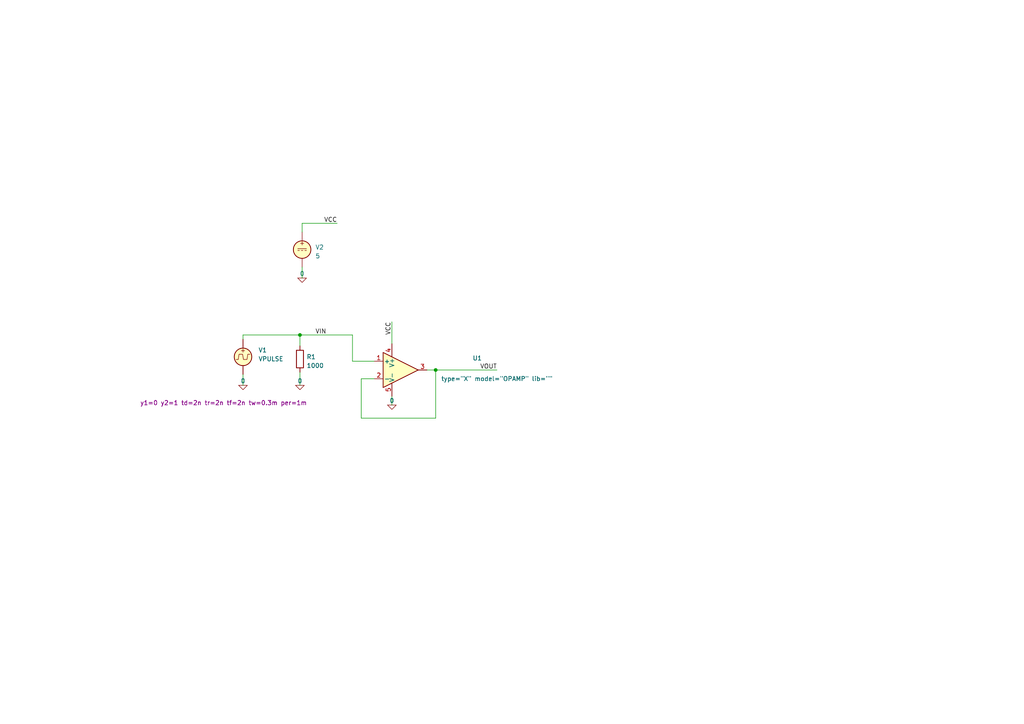
<source format=kicad_sch>
(kicad_sch (version 20230121) (generator eeschema)
  (paper "A4")
  (lib_symbols
    (symbol "Device:R" (pin_numbers hide) (pin_names (offset 0))
      (property "Reference" "R" (at 2.032 0 90))
      (property "Value" "R" (at 0 0 90))
      (symbol "R_0_1"
        (rectangle (start -1.016 -2.54) (end 1.016 2.54) (stroke (width 0.254)))
      )
      (symbol "R_1_1"
        (pin passive line (at 0 3.81 270) (length 1.27) (name "~") (number "1"))
        (pin passive line (at 0 -3.81 90) (length 1.27) (name "~") (number "2"))
      )
    )
    (symbol "Simulation_SPICE:0" (power) (pin_names (offset 0))
      (property "Value" "0" (at 0 -1.778 0))
      (symbol "0_0_1"
        (polyline (pts (xy -1.27 0) (xy 0 -1.27) (xy 1.27 0) (xy -1.27 0)))
      )
      (symbol "0_1_1"
        (pin power_in line (at 0 0 0) (length 0) hide (name "0") (number "1"))
      )
    )
    (symbol "Simulation_SPICE:OPAMP" (pin_names (offset 0.254))
      (property "Reference" "U" (at 3.81 3.175 0))
      (property "Value" "${SIM.PARAMS}" (at 3.81 -3.175 0))
      (symbol "OPAMP_0_1"
        (polyline (pts (xy 5.08 0) (xy -5.08 5.08) (xy -5.08 -5.08) (xy 5.08 0)) (stroke (width 0.254)) (fill (type background)))
      )
      (symbol "OPAMP_1_1"
        (pin input line (at -7.62 2.54 0) (length 2.54) (name "+") (number "1"))
        (pin input line (at -7.62 -2.54 0) (length 2.54) (name "-") (number "2"))
        (pin output line (at 7.62 0 180) (length 2.54) (name "~") (number "3"))
        (pin power_in line (at -2.54 7.62 270) (length 3.81) (name "V+") (number "4"))
        (pin power_in line (at -2.54 -7.62 90) (length 3.81) (name "V-") (number "5"))
      )
    )
    (symbol "Simulation_SPICE:VDC" (pin_numbers hide) (pin_names (offset 0.0254))
      (property "Reference" "V" (at 2.54 2.54 0))
      (property "Value" "1" (at 2.54 0 0))
      (symbol "VDC_0_0"
        (polyline (pts (xy -1.27 0.254) (xy 1.27 0.254)))
        (polyline (pts (xy -0.762 -0.254) (xy -1.27 -0.254)))
        (polyline (pts (xy 0.254 -0.254) (xy -0.254 -0.254)))
        (polyline (pts (xy 1.27 -0.254) (xy 0.762 -0.254)))
        (text "+" (at 0 1.905 0) (effects (font (size 1.27 1.27))))
      )
      (symbol "VDC_0_1"
        (circle (center 0 0) (radius 2.54) (stroke (width 0.254)) (fill (type background)))
      )
      (symbol "VDC_1_1"
        (pin passive line (at 0 5.08 270) (length 2.54) (name "~") (number "1"))
        (pin passive line (at 0 -5.08 90) (length 2.54) (name "~") (number "2"))
      )
    )
    (symbol "Simulation_SPICE:VPULSE" (pin_numbers hide) (pin_names (offset 0.0254))
      (property "Reference" "V" (at 2.54 2.54 0))
      (property "Value" "VPULSE" (at 2.54 0 0))
      (property "Sim.Params" "y1=0 y2=1 td=2n tr=2n tf=2n tw=50n per=100n" (at 2.54 -2.54 0))
      (symbol "VPULSE_0_0"
        (polyline (pts (xy -2.032 -0.762) (xy -1.397 -0.762) (xy -1.143 0.762) (xy -0.127 0.762) (xy 0.127 -0.762) (xy 1.143 -0.762) (xy 1.397 0.762) (xy 2.032 0.762)))
        (text "+" (at 0 1.905 0) (effects (font (size 1.27 1.27))))
      )
      (symbol "VPULSE_0_1"
        (circle (center 0 0) (radius 2.54) (stroke (width 0.254)) (fill (type background)))
      )
      (symbol "VPULSE_1_1"
        (pin passive line (at 0 5.08 270) (length 2.54) (name "~") (number "1"))
        (pin passive line (at 0 -5.08 90) (length 2.54) (name "~") (number "2"))
      )
    )
  )
  (junction (at 86.995 97.155))
  (junction (at 126.365 107.315))
  (wire (pts (xy 86.995 97.155) (xy 86.995 100.33)))
  (wire (pts (xy 104.775 121.285) (xy 126.365 121.285)))
  (wire (pts (xy 87.63 77.47) (xy 87.63 80.645)))
  (wire (pts (xy 70.485 108.585) (xy 70.485 111.76)))
  (wire (pts (xy 87.63 67.31) (xy 87.63 64.77)))
  (wire (pts (xy 87.63 64.77) (xy 97.79 64.77)))
  (wire (pts (xy 86.995 107.95) (xy 86.995 111.76)))
  (wire (pts (xy 126.365 121.285) (xy 126.365 107.315)))
  (wire (pts (xy 113.665 93.345) (xy 113.665 99.695)))
  (wire (pts (xy 113.665 114.935) (xy 113.665 117.475)))
  (wire (pts (xy 104.775 109.855) (xy 104.775 121.285)))
  (wire (pts (xy 126.365 107.315) (xy 144.145 107.315)))
  (wire (pts (xy 102.235 104.775) (xy 108.585 104.775)))
  (wire (pts (xy 70.485 97.155) (xy 86.995 97.155)))
  (wire (pts (xy 102.235 97.155) (xy 102.235 104.775)))
  (wire (pts (xy 70.485 98.425) (xy 70.485 97.155)))
  (wire (pts (xy 126.365 107.315) (xy 123.825 107.315)))
  (wire (pts (xy 86.995 97.155) (xy 102.235 97.155)))
  (wire (pts (xy 108.585 109.855) (xy 104.775 109.855)))
  (label "VOUT" (at 144.145 107.315 180))
  (label "VCC" (at 113.665 93.345 270))
  (label "VIN" (at 91.44 97.155 0))
  (label "VCC" (at 97.79 64.77 180))
  (symbol (lib_id "Simulation_SPICE:0") (at 87.63 80.645 0) (unit 1)
    (property "Reference" "#GND04" (effects hide))
    (property "Value" "0" (at 87.63 79.375 0))
  )
  (symbol (lib_id "Simulation_SPICE:OPAMP") (at 116.205 107.315 0) (unit 1)
    (property "Reference" "U1" (at 138.43 103.8861 0))
    (property "Value" "${SIM.PARAMS}" (at 144.145 109.855 0))
    (property "Sim.Pins" "1=1 2=2 3=3 4=4 5=5" (effects hide))
    (property "Sim.Device" "SPICE" (effects hide))
    (property "Sim.Params" "type=\"X\" model=\"OPAMP\" lib=\"\"" (effects hide))
  )
  (symbol (lib_id "Simulation_SPICE:0") (at 113.665 117.475 0) (unit 1)
    (property "Reference" "#GND03" (effects hide))
    (property "Value" "0" (at 113.665 116.205 0))
  )
  (symbol (lib_id "Device:R") (at 86.995 104.14 0) (unit 1)
    (property "Reference" "R1" (at 88.9 103.505 0) (effects (justify left)))
    (property "Value" "1000" (at 88.9 106.045 0) (effects (justify left)))
  )
  (symbol (lib_id "Simulation_SPICE:0") (at 86.995 111.76 0) (unit 1)
    (property "Reference" "#GND02" (effects hide))
    (property "Value" "0" (at 86.995 110.49 0))
  )
  (symbol (lib_id "Simulation_SPICE:VDC") (at 87.63 72.39 0) (unit 1)
    (property "Reference" "V2" (at 91.44 71.7192 0) (effects (justify left)))
    (property "Value" "5" (at 91.44 74.2592 0) (effects (justify left)))
    (property "Sim.Pins" "1=+ 2=-" (effects hide))
    (property "Sim.Type" "DC" (effects hide))
    (property "Sim.Device" "V" (effects hide))
  )
  (symbol (lib_id "Simulation_SPICE:VPULSE") (at 70.485 103.505 0) (unit 1)
    (property "Reference" "V1" (at 74.93 101.5642 0) (effects (justify left)))
    (property "Value" "VPULSE" (at 74.93 104.1042 0) (effects (justify left)))
    (property "Sim.Pins" "1=+ 2=-" (effects hide))
    (property "Sim.Type" "PULSE" (effects hide))
    (property "Sim.Device" "V" (effects hide))
    (property "Sim.Params" "y1=0 y2=1 td=2n tr=2n tf=2n tw=0.3m per=1m" (at 40.64 116.84 0) (effects (justify left)))
  )
  (symbol (lib_id "Simulation_SPICE:0") (at 70.485 111.76 0) (unit 1)
    (property "Reference" "#GND01" (effects hide))
    (property "Value" "0" (at 70.485 110.49 0))
  )
)
</source>
